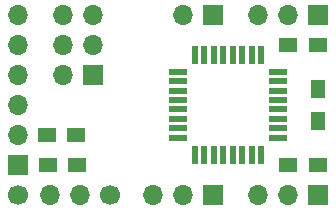
<source format=gts>
G04 #@! TF.FileFunction,Soldermask,Top*
%FSLAX46Y46*%
G04 Gerber Fmt 4.6, Leading zero omitted, Abs format (unit mm)*
G04 Created by KiCad (PCBNEW 4.0.5+dfsg1-4) date Tue May  8 10:32:57 2018*
%MOMM*%
%LPD*%
G01*
G04 APERTURE LIST*
%ADD10C,0.100000*%
%ADD11C,1.700000*%
%ADD12O,1.700000X1.700000*%
%ADD13R,1.700000X1.700000*%
%ADD14R,1.500000X1.250000*%
%ADD15R,0.550000X1.600000*%
%ADD16R,1.600000X0.550000*%
%ADD17R,1.300000X1.500000*%
G04 APERTURE END LIST*
D10*
D11*
X10300000Y-17800000D03*
D12*
X7760000Y-17800000D03*
X5220000Y-17800000D03*
D11*
X2540000Y-17780000D03*
D13*
X2540000Y-15240000D03*
D12*
X2540000Y-12700000D03*
X2540000Y-10160000D03*
X2540000Y-7620000D03*
X2540000Y-5080000D03*
X2540000Y-2540000D03*
D13*
X19050000Y-17780000D03*
D12*
X16510000Y-17780000D03*
X13970000Y-17780000D03*
D14*
X25420000Y-15240000D03*
X27920000Y-15240000D03*
X27920000Y-5080000D03*
X25420000Y-5080000D03*
X5050000Y-15300000D03*
X7550000Y-15300000D03*
X4950000Y-12700000D03*
X7450000Y-12700000D03*
D15*
X23120000Y-5910000D03*
X22320000Y-5910000D03*
X21520000Y-5910000D03*
X20720000Y-5910000D03*
X19920000Y-5910000D03*
X19120000Y-5910000D03*
X18320000Y-5910000D03*
X17520000Y-5910000D03*
D16*
X16070000Y-7360000D03*
X16070000Y-8160000D03*
X16070000Y-8960000D03*
X16070000Y-9760000D03*
X16070000Y-10560000D03*
X16070000Y-11360000D03*
X16070000Y-12160000D03*
X16070000Y-12960000D03*
D15*
X17520000Y-14410000D03*
X18320000Y-14410000D03*
X19120000Y-14410000D03*
X19920000Y-14410000D03*
X20720000Y-14410000D03*
X21520000Y-14410000D03*
X22320000Y-14410000D03*
X23120000Y-14410000D03*
D16*
X24570000Y-12960000D03*
X24570000Y-12160000D03*
X24570000Y-11360000D03*
X24570000Y-10560000D03*
X24570000Y-9760000D03*
X24570000Y-8960000D03*
X24570000Y-8160000D03*
X24570000Y-7360000D03*
D17*
X27940000Y-11510000D03*
X27940000Y-8810000D03*
D13*
X8890000Y-7620000D03*
D12*
X6350000Y-7620000D03*
X8890000Y-5080000D03*
X6350000Y-5080000D03*
X8890000Y-2540000D03*
X6350000Y-2540000D03*
D13*
X27940000Y-2540000D03*
D12*
X25400000Y-2540000D03*
X22860000Y-2540000D03*
D13*
X27940000Y-17780000D03*
D12*
X25400000Y-17780000D03*
X22860000Y-17780000D03*
D13*
X19050000Y-2540000D03*
D12*
X16510000Y-2540000D03*
M02*

</source>
